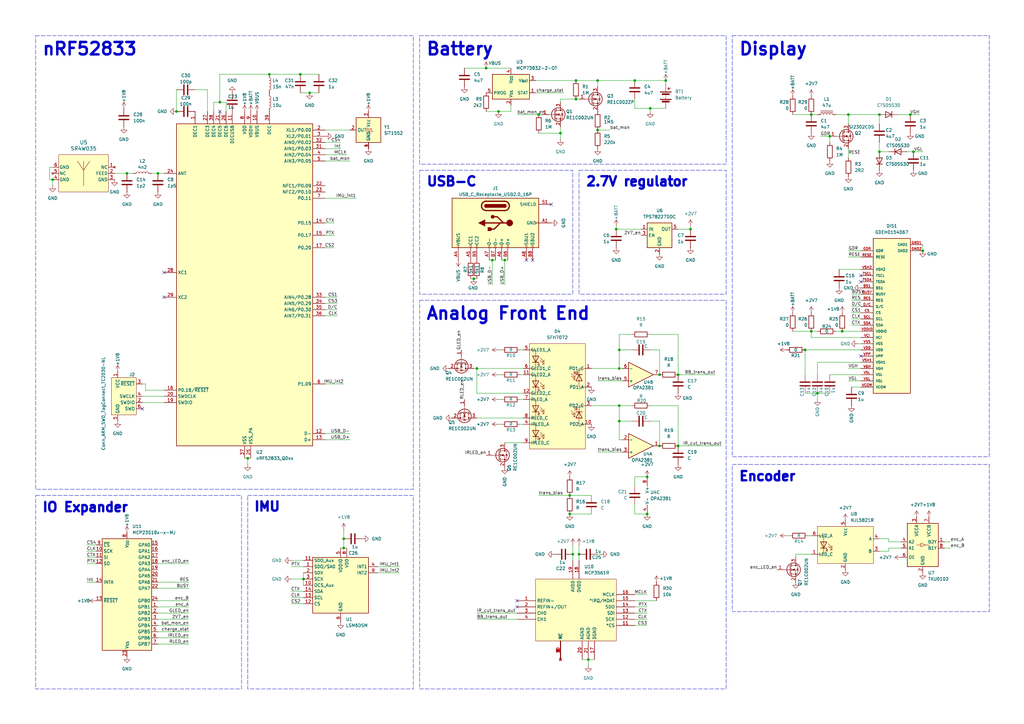
<source format=kicad_sch>
(kicad_sch (version 20250114) (generator "eeschema") (generator_version "9.0")
  (paper "A3")
  (rectangle (start 14.605 203.2) (end 99.06 282.575) (stroke (width 0) (type dash)))
  (rectangle (start 101.6 203.2) (end 169.545 282.575) (stroke (width 0) (type dash)))
  (rectangle (start 300.355 190.5) (end 405.765 250.825) (stroke (width 0) (type dash)))
  (rectangle (start 172.085 14.605) (end 297.815 67.31) (stroke (width 0) (type dash)))
  (rectangle (start 300.355 14.605) (end 405.765 187.325) (stroke (width 0) (type dash)))
  (rectangle (start 172.085 69.85) (end 234.95 120.65) (stroke (width 0) (type dash)))
  (rectangle (start 172.085 123.19) (end 297.815 282.575) (stroke (width 0) (type dash)))
  (rectangle (start 237.49 69.85) (end 297.815 120.65) (stroke (width 0) (type dash)))
  (rectangle (start 14.605 14.605) (end 169.545 200.66) (stroke (width 0) (type dash)))
  (text "IMU\n" (at 103.886 205.74 0) (effects (font (size 3.81 3.81) (thickness 1.016) (bold yes)) (justify left top)))
  (text "Analog Front End\n" (at 174.498 125.73 0) (effects (font (size 5.08 5.08) (thickness 1.016) (bold yes)) (justify left top)))
  (text "IO Expander" (at 17.018 205.994 0) (effects (font (size 3.81 3.81) (thickness 1.016) (bold yes)) (justify left top)))
  (text "Encoder" (at 302.768 193.294 0) (effects (font (size 3.81 3.81) (thickness 1.016) (bold yes)) (justify left top)))
  (text "Battery" (at 174.498 17.272 0) (effects (font (size 5.08 5.08) (thickness 1.016) (bold yes)) (justify left top)))
  (text "Display\n" (at 302.768 17.272 0) (effects (font (size 5.08 5.08) (thickness 1.016) (bold yes)) (justify left top)))
  (text "TODO:\n+IMU\n+nRF\n+E-paper power\n+trans amp\n+filter\n+adc\n+SPI bus\n  +check CTX for 3-wire\n\n\n-LED resistors\n-Filters" (at 426.72 77.978 0) (effects (font (size 6.35 6.35)) (justify left)))
  (text "2.7V regulator" (at 240.03 72.39 0) (effects (font (size 3.81 3.81) (thickness 1.016) (bold yes)) (justify left top)))
  (text "nRF52833" (at 17.018 17.272 0) (effects (font (size 5.08 5.08) (thickness 1.016) (bold yes)) (justify left top)))
  (text "USB-C\n" (at 174.625 72.39 0) (effects (font (size 3.81 3.81) (thickness 1.016) (bold yes)) (justify left top)))
  (junction (at 378.46 102.87))
  (junction (at 260.35 33.02))
  (junction (at 347.98 46.99))
  (junction (at 335.28 161.29))
  (junction (at 207.01 106.68))
  (junction (at 110.49 30.48))
  (junction (at 194.31 114.3))
  (junction (at 21.59 73.66))
  (junction (at 140.97 224.79))
  (junction (at 233.68 210.82))
  (junction (at 373.38 46.99))
  (junction (at 330.2 143.51))
  (junction (at 236.22 33.02))
  (junction (at 270.51 153.67))
  (junction (at 254 143.51))
  (junction (at 270.51 182.88))
  (junction (at 278.13 153.67))
  (junction (at 127 38.1))
  (junction (at 278.13 182.88))
  (junction (at 90.17 41.91))
  (junction (at 254 151.13))
  (junction (at 233.68 203.2))
  (junction (at 195.58 151.13))
  (junction (at 254 166.37))
  (junction (at 234.95 227.33))
  (junction (at 360.68 46.99))
  (junction (at 360.68 62.23))
  (junction (at 52.07 71.12))
  (junction (at 340.36 55.88))
  (junction (at 273.05 33.02))
  (junction (at 101.6 187.96))
  (junction (at 252.73 93.98))
  (junction (at 140.97 220.98))
  (junction (at 345.44 135.89))
  (junction (at 265.43 195.58))
  (junction (at 332.74 135.89))
  (junction (at 265.43 210.82))
  (junction (at 123.19 30.48))
  (junction (at 241.3 270.51))
  (junction (at 199.39 27.94))
  (junction (at 283.21 93.98))
  (junction (at 332.74 46.99))
  (junction (at 124.46 237.49))
  (junction (at 64.77 71.12))
  (junction (at 245.11 33.02))
  (junction (at 236.22 40.64))
  (junction (at 245.11 53.34))
  (junction (at 237.49 227.33))
  (junction (at 374.65 62.23))
  (junction (at 204.47 45.72))
  (junction (at 220.98 46.99))
  (junction (at 254 172.72))
  (junction (at 201.93 106.68))
  (junction (at 72.39 45.72))
  (junction (at 229.87 54.61))
  (junction (at 266.7 44.45))
  (no_connect (at 215.9 106.68))
  (no_connect (at 226.06 83.82))
  (no_connect (at 212.09 248.92))
  (no_connect (at 58.42 167.64))
  (no_connect (at 353.06 115.57))
  (no_connect (at 67.31 111.76))
  (no_connect (at 212.09 246.38))
  (no_connect (at 353.06 146.05))
  (no_connect (at 218.44 106.68))
  (no_connect (at 67.31 121.92))
  (no_connect (at 353.06 113.03))
  (no_connect (at 90.17 45.72))
  (wire (pts (xy 90.17 30.48) (xy 90.17 41.91)))
  (wire (pts (xy 242.57 151.13) (xy 254 151.13)))
  (wire (pts (xy 325.12 46.99) (xy 332.74 46.99)))
  (wire (pts (xy 364.49 224.79) (xy 369.57 224.79)))
  (wire (pts (xy 133.35 96.52) (xy 137.16 96.52)))
  (wire (pts (xy 347.98 105.41) (xy 353.06 105.41)))
  (wire (pts (xy 340.36 55.88) (xy 340.36 58.42)))
  (wire (pts (xy 236.22 40.64) (xy 237.49 40.64)))
  (wire (pts (xy 245.11 33.02) (xy 245.11 35.56)))
  (wire (pts (xy 260.35 248.92) (xy 265.43 248.92)))
  (wire (pts (xy 266.7 166.37) (xy 278.13 166.37)))
  (wire (pts (xy 119.38 237.49) (xy 124.46 237.49)))
  (wire (pts (xy 133.35 91.44) (xy 137.16 91.44)))
  (wire (pts (xy 35.56 228.6) (xy 39.37 228.6)))
  (wire (pts (xy 349.25 120.65) (xy 353.06 120.65)))
  (wire (pts (xy 133.35 127) (xy 138.43 127)))
  (wire (pts (xy 20.32 73.66) (xy 21.59 73.66)))
  (wire (pts (xy 64.77 238.76) (xy 77.47 238.76)))
  (wire (pts (xy 64.77 246.38) (xy 77.47 246.38)))
  (wire (pts (xy 119.38 245.11) (xy 124.46 245.11)))
  (wire (pts (xy 340.36 153.67) (xy 353.06 153.67)))
  (wire (pts (xy 133.35 157.48) (xy 140.97 157.48)))
  (wire (pts (xy 133.35 124.46) (xy 138.43 124.46)))
  (wire (pts (xy 207.01 116.84) (xy 207.01 106.68)))
  (wire (pts (xy 335.28 161.29) (xy 340.36 161.29)))
  (wire (pts (xy 360.68 62.23) (xy 364.49 62.23)))
  (wire (pts (xy 110.49 30.48) (xy 123.19 30.48)))
  (wire (pts (xy 325.12 135.89) (xy 332.74 135.89)))
  (wire (pts (xy 212.09 46.99) (xy 220.98 46.99)))
  (wire (pts (xy 259.08 143.51) (xy 254 143.51)))
  (wire (pts (xy 59.69 160.02) (xy 59.69 157.48)))
  (wire (pts (xy 64.77 241.3) (xy 77.47 241.3)))
  (wire (pts (xy 335.28 163.83) (xy 335.28 161.29)))
  (wire (pts (xy 64.77 251.46) (xy 77.47 251.46)))
  (wire (pts (xy 92.71 45.72) (xy 92.71 41.91)))
  (wire (pts (xy 273.05 33.02) (xy 273.05 34.29)))
  (wire (pts (xy 123.19 30.48) (xy 130.81 30.48)))
  (wire (pts (xy 266.7 44.45) (xy 266.7 45.72)))
  (wire (pts (xy 229.87 57.15) (xy 229.87 54.61)))
  (wire (pts (xy 266.7 44.45) (xy 273.05 44.45)))
  (wire (pts (xy 229.87 40.64) (xy 236.22 40.64)))
  (wire (pts (xy 330.2 161.29) (xy 335.28 161.29)))
  (wire (pts (xy 52.07 71.12) (xy 54.61 71.12)))
  (wire (pts (xy 387.35 224.79) (xy 389.89 224.79)))
  (wire (pts (xy 259.08 172.72) (xy 254 172.72)))
  (wire (pts (xy 58.42 162.56) (xy 67.31 162.56)))
  (wire (pts (xy 133.35 60.96) (xy 139.7 60.96)))
  (wire (pts (xy 349.25 128.27) (xy 353.06 128.27)))
  (wire (pts (xy 349.25 158.75) (xy 353.06 158.75)))
  (wire (pts (xy 260.35 246.38) (xy 269.24 246.38)))
  (wire (pts (xy 123.19 38.1) (xy 127 38.1)))
  (wire (pts (xy 85.09 45.72) (xy 85.09 36.83)))
  (wire (pts (xy 344.17 110.49) (xy 353.06 110.49)))
  (wire (pts (xy 72.39 36.83) (xy 72.39 45.72)))
  (wire (pts (xy 254 151.13) (xy 255.27 151.13)))
  (wire (pts (xy 219.71 33.02) (xy 236.22 33.02)))
  (wire (pts (xy 332.74 135.89) (xy 335.28 135.89)))
  (wire (pts (xy 205.74 106.68) (xy 207.01 106.68)))
  (wire (pts (xy 64.77 264.16) (xy 77.47 264.16)))
  (wire (pts (xy 250.19 53.34) (xy 245.11 53.34)))
  (wire (pts (xy 220.98 54.61) (xy 229.87 54.61)))
  (wire (pts (xy 254 143.51) (xy 254 151.13)))
  (wire (pts (xy 234.95 223.52) (xy 234.95 227.33)))
  (wire (pts (xy 332.74 138.43) (xy 353.06 138.43)))
  (wire (pts (xy 204.47 173.99) (xy 205.74 173.99)))
  (wire (pts (xy 154.94 234.95) (xy 163.83 234.95)))
  (wire (pts (xy 266.7 143.51) (xy 270.51 143.51)))
  (wire (pts (xy 195.58 171.45) (xy 214.63 171.45)))
  (wire (pts (xy 233.68 203.2) (xy 242.57 203.2)))
  (wire (pts (xy 260.35 44.45) (xy 260.35 40.64)))
  (wire (pts (xy 260.35 207.01) (xy 260.35 210.82)))
  (wire (pts (xy 270.51 153.67) (xy 270.51 143.51)))
  (wire (pts (xy 351.79 140.97) (xy 353.06 140.97)))
  (wire (pts (xy 64.77 261.62) (xy 77.47 261.62)))
  (wire (pts (xy 283.21 92.71) (xy 283.21 93.98)))
  (wire (pts (xy 133.35 129.54) (xy 138.43 129.54)))
  (wire (pts (xy 252.73 93.98) (xy 252.73 92.71)))
  (wire (pts (xy 90.17 41.91) (xy 87.63 41.91)))
  (wire (pts (xy 335.28 148.59) (xy 353.06 148.59)))
  (wire (pts (xy 369.57 222.25) (xy 364.49 222.25)))
  (wire (pts (xy 259.08 137.16) (xy 254 137.16)))
  (wire (pts (xy 133.35 180.34) (xy 143.51 180.34)))
  (wire (pts (xy 195.58 161.29) (xy 214.63 161.29)))
  (wire (pts (xy 278.13 153.67) (xy 293.37 153.67)))
  (wire (pts (xy 270.51 172.72) (xy 270.51 182.88)))
  (wire (pts (xy 195.58 151.13) (xy 195.58 161.29)))
  (wire (pts (xy 278.13 93.98) (xy 283.21 93.98)))
  (wire (pts (xy 199.39 27.94) (xy 209.55 27.94)))
  (wire (pts (xy 119.38 242.57) (xy 124.46 242.57)))
  (wire (pts (xy 332.74 46.99) (xy 335.28 46.99)))
  (wire (pts (xy 46.99 71.12) (xy 52.07 71.12)))
  (wire (pts (xy 190.5 27.94) (xy 199.39 27.94)))
  (wire (pts (xy 322.58 219.71) (xy 323.85 219.71)))
  (wire (pts (xy 58.42 165.1) (xy 67.31 165.1)))
  (wire (pts (xy 133.35 66.04) (xy 143.51 66.04)))
  (wire (pts (xy 254 172.72) (xy 254 180.34)))
  (wire (pts (xy 360.68 50.8) (xy 360.68 46.99)))
  (wire (pts (xy 133.35 101.6) (xy 137.16 101.6)))
  (wire (pts (xy 195.58 254) (xy 212.09 254)))
  (wire (pts (xy 133.35 81.28) (xy 146.05 81.28)))
  (wire (pts (xy 213.36 173.99) (xy 214.63 173.99)))
  (wire (pts (xy 21.59 76.2) (xy 21.59 73.66)))
  (wire (pts (xy 133.35 121.92) (xy 138.43 121.92)))
  (wire (pts (xy 207.01 181.61) (xy 214.63 181.61)))
  (wire (pts (xy 260.35 251.46) (xy 265.43 251.46)))
  (wire (pts (xy 330.2 143.51) (xy 330.2 153.67)))
  (wire (pts (xy 387.35 222.25) (xy 389.89 222.25)))
  (wire (pts (xy 254 166.37) (xy 254 172.72)))
  (wire (pts (xy 278.13 166.37) (xy 278.13 182.88)))
  (wire (pts (xy 374.65 62.23) (xy 378.46 62.23)))
  (wire (pts (xy 368.3 46.99) (xy 373.38 46.99)))
  (wire (pts (xy 124.46 237.49) (xy 124.46 240.03)))
  (wire (pts (xy 233.68 210.82) (xy 242.57 210.82)))
  (wire (pts (xy 332.74 135.89) (xy 332.74 138.43)))
  (wire (pts (xy 342.9 46.99) (xy 347.98 46.99)))
  (wire (pts (xy 260.35 254) (xy 265.43 254)))
  (wire (pts (xy 64.77 259.08) (xy 77.47 259.08)))
  (wire (pts (xy 133.35 63.5) (xy 142.24 63.5)))
  (wire (pts (xy 234.95 227.33) (xy 234.95 229.87)))
  (wire (pts (xy 64.77 248.92) (xy 77.47 248.92)))
  (wire (pts (xy 266.7 172.72) (xy 270.51 172.72)))
  (wire (pts (xy 110.49 30.48) (xy 90.17 30.48)))
  (wire (pts (xy 260.35 195.58) (xy 265.43 195.58)))
  (wire (pts (xy 127 38.1) (xy 130.81 38.1)))
  (wire (pts (xy 336.55 55.88) (xy 340.36 55.88)))
  (wire (pts (xy 252.73 93.98) (xy 262.89 93.98)))
  (wire (pts (xy 347.98 102.87) (xy 353.06 102.87)))
  (wire (pts (xy 100.33 187.96) (xy 101.6 187.96)))
  (wire (pts (xy 241.3 270.51) (xy 238.76 270.51)))
  (wire (pts (xy 242.57 166.37) (xy 254 166.37)))
  (wire (pts (xy 330.2 143.51) (xy 353.06 143.51)))
  (wire (pts (xy 332.74 227.33) (xy 326.39 227.33)))
  (wire (pts (xy 35.56 226.06) (xy 39.37 226.06)))
  (wire (pts (xy 62.23 71.12) (xy 64.77 71.12)))
  (wire (pts (xy 140.97 220.98) (xy 140.97 224.79)))
  (wire (pts (xy 154.94 232.41) (xy 163.83 232.41)))
  (wire (pts (xy 241.3 270.51) (xy 243.84 270.51)))
  (wire (pts (xy 260.35 256.54) (xy 265.43 256.54)))
  (wire (pts (xy 124.46 234.95) (xy 124.46 237.49)))
  (wire (pts (xy 220.98 46.99) (xy 222.25 46.99)))
  (wire (pts (xy 254 180.34) (xy 255.27 180.34)))
  (wire (pts (xy 35.56 223.52) (xy 39.37 223.52)))
  (wire (pts (xy 360.68 62.23) (xy 360.68 58.42)))
  (wire (pts (xy 231.14 38.1) (xy 219.71 38.1)))
  (wire (pts (xy 260.35 33.02) (xy 273.05 33.02)))
  (wire (pts (xy 347.98 156.21) (xy 353.06 156.21)))
  (wire (pts (xy 213.36 143.51) (xy 214.63 143.51)))
  (wire (pts (xy 64.77 254) (xy 77.47 254)))
  (wire (pts (xy 378.46 100.33) (xy 378.46 102.87)))
  (wire (pts (xy 119.38 229.87) (xy 124.46 229.87)))
  (wire (pts (xy 204.47 45.72) (xy 209.55 45.72)))
  (wire (pts (xy 335.28 148.59) (xy 335.28 153.67)))
  (wire (pts (xy 35.56 238.76) (xy 39.37 238.76)))
  (wire (pts (xy 347.98 46.99) (xy 360.68 46.99)))
  (wire (pts (xy 204.47 163.83) (xy 205.74 163.83)))
  (wire (pts (xy 326.39 227.33) (xy 326.39 228.6)))
  (wire (pts (xy 349.25 123.19) (xy 353.06 123.19)))
  (wire (pts (xy 139.7 224.79) (xy 140.97 224.79)))
  (wire (pts (xy 119.38 247.65) (xy 124.46 247.65)))
  (wire (pts (xy 140.97 224.79) (xy 142.24 224.79)))
  (wire (pts (xy 259.08 166.37) (xy 254 166.37)))
  (wire (pts (xy 246.38 227.33) (xy 245.11 227.33)))
  (wire (pts (xy 204.47 143.51) (xy 205.74 143.51)))
  (wire (pts (xy 245.11 185.42) (xy 255.27 185.42)))
  (wire (pts (xy 67.31 160.02) (xy 59.69 160.02)))
  (wire (pts (xy 260.35 243.84) (xy 265.43 243.84)))
  (wire (pts (xy 347.98 60.96) (xy 347.98 64.77)))
  (wire (pts (xy 204.47 153.67) (xy 205.74 153.67)))
  (wire (pts (xy 260.35 44.45) (xy 266.7 44.45)))
  (wire (pts (xy 331.47 219.71) (xy 332.74 219.71)))
  (wire (pts (xy 195.58 251.46) (xy 212.09 251.46)))
  (wire (pts (xy 347.98 151.13) (xy 353.06 151.13)))
  (wire (pts (xy 245.11 156.21) (xy 255.27 156.21)))
  (wire (pts (xy 201.93 106.68) (xy 203.2 106.68)))
  (wire (pts (xy 101.6 187.96) (xy 102.87 187.96)))
  (wire (pts (xy 85.09 36.83) (xy 80.01 36.83)))
  (wire (pts (xy 278.13 137.16) (xy 278.13 153.67)))
  (wire (pts (xy 245.11 33.02) (xy 260.35 33.02)))
  (wire (pts (xy 229.87 40.64) (xy 229.87 41.91)))
  (wire (pts (xy 364.49 226.06) (xy 364.49 224.79)))
  (wire (pts (xy 209.55 45.72) (xy 209.55 43.18)))
  (wire (pts (xy 92.71 41.91) (xy 90.17 41.91)))
  (wire (pts (xy 214.63 151.13) (xy 195.58 151.13)))
  (wire (pts (xy 266.7 137.16) (xy 278.13 137.16)))
  (wire (pts (xy 200.66 106.68) (xy 201.93 106.68)))
  (wire (pts (xy 236.22 33.02) (xy 245.11 33.02)))
  (wire (pts (xy 194.31 114.3) (xy 195.58 114.3)))
  (wire (pts (xy 345.44 135.89) (xy 353.06 135.89)))
  (wire (pts (xy 349.25 133.35) (xy 353.06 133.35)))
  (wire (pts (xy 193.04 114.3) (xy 194.31 114.3)))
  (wire (pts (xy 260.35 210.82) (xy 265.43 210.82)))
  (wire (pts (xy 21.59 68.58) (xy 20.32 68.58)))
  (wire (pts (xy 59.69 157.48) (xy 58.42 157.48)))
  (wire (pts (xy 364.49 222.25) (xy 364.49 220.98)))
  (wire (pts (xy 140.97 217.17) (xy 140.97 220.98)))
  (wire (pts (xy 229.87 54.61) (xy 229.87 52.07)))
  (wire (pts (xy 213.36 153.67) (xy 214.63 153.67)))
  (wire (pts (xy 201.93 116.84) (xy 201.93 106.68)))
  (wire (pts (xy 20.32 68.58) (xy 20.32 73.66)))
  (wire (pts (xy 35.56 231.14) (xy 39.37 231.14)))
  (wire (pts (xy 133.35 177.8) (xy 143.51 177.8)))
  (wire (pts (xy 199.39 45.72) (xy 204.47 45.72)))
  (wire (pts (xy 347.98 46.99) (xy 347.98 50.8)))
  (wire (pts (xy 373.38 46.99) (xy 377.19 46.99)))
  (wire (pts (xy 133.35 53.34) (xy 143.51 53.34)))
  (wire (pts (xy 260.35 199.39) (xy 260.35 195.58)))
  (wire (pts (xy 194.31 151.13) (xy 195.58 151.13)))
  (wire (pts (xy 374.65 62.23) (xy 372.11 62.23)))
  (wire (pts (xy 64.77 256.54) (xy 77.47 256.54)))
  (wire (pts (xy 133.35 58.42) (xy 139.7 58.42)))
  (wire (pts (xy 349.25 125.73) (xy 353.06 125.73)))
  (wire (pts (xy 342.9 135.89) (xy 345.44 135.89)))
  (wire (pts (xy 220.98 203.2) (xy 233.68 203.2)))
  (wire (pts (xy 64.77 71.12) (xy 67.31 71.12)))
  (wire (pts (xy 237.49 223.52) (xy 237.49 227.33)))
  (wire (pts (xy 87.63 41.91) (xy 87.63 45.72)))
  (wire (pts (xy 364.49 220.98) (xy 360.68 220.98)))
  (wire (pts (xy 119.38 232.41) (xy 124.46 232.41)))
  (wire (pts (xy 349.25 130.81) (xy 353.06 130.81)))
  (wire (pts (xy 237.49 227.33) (xy 237.49 229.87)))
  (wire (pts (xy 241.3 273.05) (xy 241.3 270.51)))
  (wire (pts (xy 64.77 231.14) (xy 77.47 231.14)))
  (wire (pts (xy 207.01 106.68) (xy 208.28 106.68)))
  (wire (pts (xy 254 137.16) (xy 254 143.51)))
  (wire (pts (xy 213.36 163.83) (xy 214.63 163.83)))
  (wire (pts (xy 101.6 187.96) (xy 101.6 190.5)))
  (wire (pts (xy 360.68 226.06) (xy 364.49 226.06)))
  (wire (pts (xy 278.13 182.88) (xy 295.91 182.88)))
  (label "USB_D-" (at 143.51 177.8 180))
  (label "CLK" (at 119.38 245.11 0))
  (label "CS2" (at 119.38 247.65 0))
  (label "Int" (at 139.7 60.96 180))
  (label "charge_stat" (at 77.47 259.08 180))
  (label "IRLED_en" (at 77.47 261.62 180))
  (label "Int" (at 35.56 238.76 0))
  (label "D{slash}C" (at 138.43 127 180))
  (label "enc_B" (at 389.89 224.79 0))
  (label "bat_mon" (at 250.19 53.34 0))
  (label "enc_LED_en" (at 77.47 231.14 180))
  (label "enc_A" (at 77.47 248.92 180))
  (label "2V7_en" (at 77.47 254 180))
  (label "PTX" (at 265.43 248.92 180))
  (label "RESE" (at 347.98 105.41 0))
  (label "CS1" (at 349.25 128.27 0))
  (label "VGL" (at 347.98 156.21 0))
  (label "CS4" (at 139.7 58.42 180))
  (label "GLED_en" (at 77.47 251.46 180))
  (label "CS4" (at 35.56 223.52 0))
  (label "VGH" (at 347.98 151.13 0))
  (label "IR_cut_trans_out" (at 195.58 251.46 0))
  (label "CLK" (at 265.43 254 180))
  (label "PTX" (at 35.56 231.14 0))
  (label "IRLED_en" (at 199.39 186.69 180))
  (label "GLED_en" (at 189.23 143.51 90))
  (label "enc_A" (at 389.89 222.25 0))
  (label "USB_D-" (at 201.93 116.84 90))
  (label "GDR" (at 336.55 55.88 0))
  (label "CLK" (at 35.56 226.06 0))
  (label "CTX" (at 265.43 251.46 180))
  (label "CTX" (at 119.38 242.57 0))
  (label "RLED_en" (at 190.5 163.83 90))
  (label "CS1" (at 138.43 121.92 180))
  (label "charge_stat" (at 231.14 38.1 180))
  (label "MCLK" (at 142.24 63.5 180))
  (label "USB_D+" (at 143.51 180.34 180))
  (label "IMU_int1" (at 163.83 232.41 180))
  (label "RES" (at 349.25 123.19 0))
  (label "GDR" (at 347.98 102.87 0))
  (label "PTX" (at 137.16 96.52 180))
  (label "bat_mon" (at 143.51 66.04 180))
  (label "CLK" (at 349.25 130.81 0))
  (label "RESE" (at 347.98 63.5 0))
  (label "enc_LED_en" (at 318.77 233.68 180))
  (label "MCLK" (at 265.43 243.84 180))
  (label "BUSY" (at 349.25 120.65 0))
  (label "IMU_int1" (at 146.05 81.28 180))
  (label "CTX" (at 35.56 228.6 0))
  (label "CTX" (at 137.16 91.44 180))
  (label "BB_trans_out" (at 195.58 254 0))
  (label "VGH" (at 377.19 46.99 180))
  (label "2V7_en" (at 262.89 96.52 180))
  (label "PTX" (at 119.38 232.41 0))
  (label "USB_D+" (at 207.01 116.84 90))
  (label "trans_bias" (at 245.11 156.21 0))
  (label "CS2" (at 137.16 101.6 180))
  (label "enc_B" (at 77.47 246.38 180))
  (label "IR_cut_trans_out" (at 295.91 182.88 180))
  (label "trans_bias" (at 245.11 185.42 0))
  (label "VGL" (at 378.46 62.23 180))
  (label "CS3" (at 138.43 124.46 180))
  (label "bat_mon_en" (at 212.09 46.99 0))
  (label "IMU_int2" (at 140.97 157.48 180))
  (label "RES" (at 77.47 238.76 180))
  (label "CTX" (at 349.25 133.35 0))
  (label "IMU_int2" (at 163.83 234.95 180))
  (label "CS3" (at 265.43 256.54 180))
  (label "BB_trans_out" (at 293.37 153.67 180))
  (label "RLED_en" (at 77.47 264.16 180))
  (label "bat_mon_en" (at 77.47 256.54 180))
  (label "CLK" (at 138.43 129.54 180))
  (label "D{slash}C" (at 349.25 125.73 0))
  (label "BUSY" (at 77.47 241.3 180))
  (label "trans_bias" (at 220.98 203.2 0))
  (symbol (lib_name "GND_1") (lib_id "power:GND") (at 190.5 35.56 0) (unit 1)
    (property "Reference" "#PWR031" (effects (hide yes)))
    (property "Value" "GND" (at 190.5 40.64 0))
    (property "Description" "Power symbol creates a global label with name \"GND\" , ground" (effects (hide yes)))
  )
  (symbol (lib_id "Device:R") (at 345.44 132.08 0) (mirror y) (unit 1)
    (property "Reference" "R25" (at 343.916 130.81 0) (effects (justify left)))
    (property "Value" "0" (at 343.916 133.35 0) (effects (justify left)))
    (property "Footprint" "Resistor_SMD:R_0402_1005Metric" (effects (hide yes)))
    (property "Description" "Resistor" (effects (hide yes)))
  )
  (symbol (lib_id "MCU_Nordic:nRF52833_QDxx") (at 100.33 116.84 0) (unit 1)
    (property "Reference" "U2" (at 105.0133 185.42 0) (effects (justify left)))
    (property "Value" "nRF52833_QDxx" (at 105.0133 187.96 0) (effects (justify left)))
    (property "Footprint" "Package_DFN_QFN:QFN-40-1EP_5x5mm_P0.4mm_EP3.6x3.6mm" (effects (hide yes)))
    (property "Datasheet" "https://infocenter.nordicsemi.com/pdf/nRF52833_PS_v1.5.pdf" (effects (hide yes)))
    (property "Description" "Multiprotocol BLE/ANT/2.4 GHz/802.15.4 Cortex-M4F SoC, QFN-40" (effects (hide yes)))
  )
  (symbol (lib_id "power:+2V5") (at 234.95 223.52 0) (unit 1)
    (property "Reference" "#PWR065" (effects (hide yes)))
    (property "Value" "+2V7" (at 230.886 221.996 0))
    (property "Description" "Power symbol creates a global label with name \"+2V5\"" (effects (hide yes)))
  )
  (symbol (lib_id "Library:MCP3561R") (at 236.22 250.19 0) (unit 1)
    (property "Reference" "U10" (at 239.6333 232.41 0) (effects (justify left)))
    (property "Value" "MCP3561R" (at 239.6333 234.95 0) (effects (justify left)))
    (property "Footprint" "Package_DFN_QFN:QFN-20-1EP_3x3mm_P0.4mm_EP1.65x1.65mm" (effects (hide yes)))
    (property "Datasheet" "https://ww1.microchip.com/downloads/aemDocuments/documents/APID/ProductDocuments/DataSheets/MCP3561_2_4R-Data-Sheet-DS200006391C.pdf" (effects (hide yes)))
  )
  (symbol (lib_id "Device:R") (at 245.11 57.15 0) (unit 1)
    (property "Reference" "R5" (at 247.65 55.8799 0) (effects (justify left)))
    (property "Value" "220k" (at 247.65 58.4199 0) (effects (justify left)))
    (property "Footprint" "Resistor_SMD:R_0402_1005Metric" (effects (hide yes)))
    (property "Description" "Resistor" (effects (hide yes)))
  )
  (symbol (lib_id "Device:C") (at 262.89 172.72 90) (unit 1)
    (property "Reference" "C20" (at 262.89 169.418 90))
    (property "Value" "C" (at 264.922 171.196 90))
    (property "Footprint" "Capacitor_SMD:C_0402_1005Metric" (effects (hide yes)))
    (property "Description" "Unpolarized capacitor" (effects (hide yes)))
  )
  (symbol (lib_id "Transistor_FET:Q_NMOS_GSD") (at 190.5 168.91 270) (unit 1)
    (property "Reference" "Q5" (at 183.896 173.228 90) (effects (justify left)))
    (property "Value" "RE1C002UN" (at 183.896 175.768 90) (effects (justify left)))
    (property "Footprint" "Package_TO_SOT_SMD:SOT-416" (effects (hide yes)))
    (property "Datasheet" "https://fscdn.rohm.com/en/products/databook/datasheet/discrete/transistor/mosfet/re1c002untcl-e.pdf" (effects (hide yes)))
    (property "Description" "N-MOSFET transistor, gate/source/drain" (effects (hide yes)))
  )
  (symbol (lib_id "000_library:OPA2381") (at 267.97 203.2 0) (unit 3)
    (property "Reference" "U4" (at 266.7 201.9299 0) (effects (justify left)))
    (property "Value" "OPA2381" (at 266.7 204.4699 0) (effects (justify left)))
    (property "Footprint" "Package_DFN_QFN:DFN-8-1EP_3x3mm_P0.65mm_EP1.55x2.4mm" (effects (hide yes)))
    (property "Datasheet" "https://www.ti.com/lit/ds/symlink/opa2381.pdf" (effects (hide yes)))
    (property "Description" "Precision, Low Power, 18MHz  Transimpedance Amplifier" (effects (hide yes)))
  )
  (symbol (lib_id "Device:D") (at 360.68 66.04 90) (unit 1)
    (property "Reference" "D3" (at 363.22 64.77 90) (effects (justify right)))
    (property "Value" "CTS05S30" (at 363.22 67.31 90) (effects (justify right)))
    (property "Footprint" "Diode_SMD:D_SOD-882" (effects (hide yes)))
    (property "Sim.Device" "D" (effects (hide yes)))
    (property "Sim.Pins" "1=K 2=A" (effects (hide yes)))
  )
  (symbol (lib_id "Device:R") (at 262.89 166.37 90) (unit 1)
    (property "Reference" "R20" (at 263.144 164.338 90))
    (property "Value" "R" (at 262.89 162.56 90))
    (property "Footprint" "Resistor_SMD:R_0402_1005Metric" (effects (hide yes)))
    (property "Description" "Resistor" (effects (hide yes)))
  )
  (symbol (lib_id "Device:R") (at 195.58 110.49 180) (unit 1)
    (property "Reference" "R8" (at 197.866 110.744 90))
    (property "Value" "5k1" (at 195.58 110.49 90))
    (property "Footprint" "Resistor_SMD:R_0402_1005Metric" (effects (hide yes)))
    (property "Description" "Resistor" (effects (hide yes)))
  )
  (symbol (lib_id "power:+BATT") (at 252.73 92.71 0) (unit 1)
    (property "Reference" "#PWR036" (effects (hide yes)))
    (property "Value" "+BATT" (at 252.73 87.122 90))
    (property "Description" "Power symbol creates a global label with name \"+BATT\"" (effects (hide yes)))
  )
  (symbol (lib_id "Device:C") (at 260.35 203.2 0) (unit 1)
    (property "Reference" "C21" (at 257.302 201.676 0) (effects (justify right)))
    (property "Value" "C" (at 257.302 204.216 0) (effects (justify right)))
    (property "Footprint" "Capacitor_SMD:C_0402_1005Metric" (effects (hide yes)))
    (property "Description" "Unpolarized capacitor" (effects (hide yes)))
  )
  (symbol (lib_id "Device:R") (at 332.74 132.08 0) (mirror y) (unit 1)
    (property "Reference" "R26" (at 331.216 130.81 0) (effects (justify left)))
    (property "Value" "0" (at 331.216 133.35 0) (effects (justify left)))
    (property "Footprint" "Resistor_SMD:R_0402_1005Metric" (effects (hide yes)))
    (property "Description" "Resistor" (effects (hide yes)))
  )
  (symbol (lib_id "Device:R") (at 347.98 68.58 0) (unit 1)
    (property "Reference" "R3" (at 350.52 67.31 0) (effects (justify left)))
    (property "Value" "2R2" (at 350.52 69.85 0) (effects (justify left)))
    (property "Footprint" "Resistor_SMD:R_0402_1005Metric" (effects (hide yes)))
  )
  (symbol (lib_id "Transistor_FET:Q_NMOS_GSD") (at 227.33 46.99 0) (unit 1)
    (property "Reference" "Q1" (at 232.156 45.72 0) (effects (justify left)))
    (property "Value" "RE1C002UN" (at 232.156 48.26 0) (effects (justify left)))
    (property "Footprint" "Package_TO_SOT_SMD:SOT-416" (effects (hide yes)))
    (property "Datasheet" "https://fscdn.rohm.com/en/products/databook/datasheet/discrete/transistor/mosfet/re1c002untcl-e.pdf" (effects (hide yes)))
    (property "Description" "N-MOSFET transistor, gate/source/drain" (effects (hide yes)))
  )
  (symbol (lib_id "power:GND") (at 340.36 66.04 0) (unit 1)
    (property "Reference" "#PWR017" (effects (hide yes)))
    (property "Value" "GND" (at 340.36 71.12 0))
  )
  (symbol (lib_id "E-Paper-Watch-Library:GDEH0154D67") (at 358.14 100.33 0) (unit 1)
    (property "Reference" "DIS1" (at 365.76 92.71 0))
    (property "Value" "GDEH0154D67" (at 365.76 95.25 0))
    (property "Footprint" "Library:GDEH0154D67" (effects (hide yes)))
  )
  (symbol (lib_name "GND_1") (lib_id "power:GND") (at 252.73 101.6 0) (unit 1)
    (property "Reference" "#PWR038" (effects (hide yes)))
    (property "Value" "GND" (at 252.73 106.68 0))
    (property "Description" "Power symbol creates a global label with name \"GND\" , ground" (effects (hide yes)))
  )
  (symbol (lib_id "power:VBUS") (at 199.39 27.94 0) (unit 1)
    (property "Reference" "#PWR032" (effects (hide yes)))
    (property "Value" "VBUS" (at 202.946 25.908 0))
    (property "Description" "Power symbol creates a global label with name \"VBUS\"" (effects (hide yes)))
  )
  (symbol (lib_id "Device:R") (at 220.98 50.8 0) (unit 1)
    (property "Reference" "R6" (at 223.52 49.5299 0) (effects (justify left)))
    (property "Value" "1M" (at 223.52 52.0699 0) (effects (justify left)))
    (property "Footprint" "Resistor_SMD:R_0402_1005Metric" (effects (hide yes)))
    (property "Description" "Resistor" (effects (hide yes)))
  )
  (symbol (lib_id "Device:R") (at 236.22 36.83 0) (unit 1)
    (property "Reference" "R1" (at 238.76 35.5599 0) (effects (justify left)))
    (property "Value" "1M" (at 238.76 38.0999 0) (effects (justify left)))
    (property "Footprint" "Resistor_SMD:R_0402_1005Metric" (effects (hide yes)))
    (property "Description" "Resistor" (effects (hide yes)))
  )
  (symbol (lib_name "GND_1") (lib_id "power:GND") (at 52.07 269.24 0) (unit 1)
    (property "Reference" "#PWR079" (effects (hide yes)))
    (property "Value" "GND" (at 52.07 274.32 0))
    (property "Description" "Power symbol creates a global label with name \"GND\" , ground" (effects (hide yes)))
  )
  (symbol (lib_name "GND_1") (lib_id "power:GND") (at 229.87 57.15 0) (unit 1)
    (property "Reference" "#PWR025" (effects (hide yes)))
    (property "Value" "GND" (at 229.87 62.23 0))
    (property "Description" "Power symbol creates a global label with name \"GND\" , ground" (effects (hide yes)))
  )
  (symbol (lib_id "power:GND") (at 373.38 54.61 0) (unit 1)
    (property "Reference" "#PWR016" (effects (hide yes)))
    (property "Value" "GND" (at 377.19 55.88 0))
  )
  (symbol (lib_id "Device:C") (at 278.13 186.69 0) (unit 1)
    (property "Reference" "C19" (at 281.94 185.4199 0) (effects (justify left)))
    (property "Value" "C" (at 281.94 187.9599 0) (effects (justify left)))
    (property "Footprint" "Capacitor_SMD:C_0402_1005Metric" (effects (hide yes)))
    (property "Description" "Unpolarized capacitor" (effects (hide yes)))
  )
  (symbol (lib_id "Device:C") (at 144.78 220.98 90) (unit 1)
    (property "Reference" "C26" (at 146.812 226.822 90) (effects (justify left)))
    (property "Value" "1u" (at 146.812 224.282 90) (effects (justify left)))
    (property "Footprint" "Capacitor_SMD:C_0402_1005Metric" (effects (hide yes)))
  )
  (symbol (lib_name "GND_1") (lib_id "power:GND") (at 64.77 78.74 0) (unit 1)
    (property "Reference" "#PWR056" (effects (hide yes)))
    (property "Value" "GND" (at 64.77 83.82 0))
    (property "Description" "Power symbol creates a global label with name \"GND\" , ground" (effects (hide yes)))
  )
  (symbol (lib_id "power:GND") (at 332.74 54.61 0) (unit 1)
    (property "Reference" "#PWR014" (effects (hide yes)))
    (property "Value" "GND" (at 332.74 59.69 0))
  )
  (symbol (lib_name "GND_1") (lib_id "power:GND") (at 139.7 255.27 0) (unit 1)
    (property "Reference" "#PWR010" (effects (hide yes)))
    (property "Value" "GND" (at 139.7 260.35 0))
    (property "Description" "Power symbol creates a global label with name \"GND\" , ground" (effects (hide yes)))
  )
  (symbol (lib_name "GND_1") (lib_id "power:GND") (at 194.31 114.3 0) (unit 1)
    (property "Reference" "#PWR033" (effects (hide yes)))
    (property "Value" "GND" (at 196.088 118.11 0) (effects (justify right)))
    (property "Description" "Power symbol creates a global label with name \"GND\" , ground" (effects (hide yes)))
  )
  (symbol (lib_id "power:+2V5") (at 375.92 212.09 0) (unit 1)
    (property "Reference" "#PWR051" (effects (hide yes)))
    (property "Value" "+2V7" (at 375.92 207.01 0))
    (property "Description" "Power symbol creates a global label with name \"+2V5\"" (effects (hide yes)))
  )
  (symbol (lib_id "Device:D") (at 368.3 62.23 0) (unit 1)
    (property "Reference" "D2" (at 368.3 57.15 0))
    (property "Value" "CTS05S30" (at 368.3 59.69 0))
    (property "Footprint" "Diode_SMD:D_SOD-882" (effects (hide yes)))
    (property "Sim.Device" "D" (effects (hide yes)))
    (property "Sim.Pins" "1=K 2=A" (effects (hide yes)))
  )
  (symbol (lib_id "Device:R") (at 325.12 43.18 0) (mirror y) (unit 1)
    (property "Reference" "R28" (at 323.596 41.91 0) (effects (justify left)))
    (property "Value" "0" (at 323.596 44.45 0) (effects (justify left)))
    (property "Footprint" "Resistor_SMD:R_0402_1005Metric" (effects (hide yes)))
    (property "Description" "Resistor" (effects (hide yes)))
  )
  (symbol (lib_id "power:GND") (at 353.06 118.11 270) (unit 1)
    (property "Reference" "#PWR071" (effects (hide yes)))
    (property "Value" "GND" (at 347.98 118.11 90))
  )
  (symbol (lib_id "Device:R") (at 209.55 163.83 90) (unit 1)
    (property "Reference" "R12" (at 209.55 166.116 90))
    (property "Value" "R" (at 209.55 163.83 90))
    (property "Footprint" "Resistor_SMD:R_0402_1005Metric" (effects (hide yes)))
    (property "Description" "Resistor" (effects (hide yes)))
  )
  (symbol (lib_id "power:+1V8") (at 381 212.09 0) (unit 1)
    (property "Reference" "#PWR055" (effects (hide yes)))
    (property "Value" "+1V8" (at 381 207.01 0))
    (property "Description" "Power symbol creates a global label with name \"+1V8\"" (effects (hide yes)))
  )
  (symbol (lib_id "Device:R") (at 209.55 153.67 90) (unit 1)
    (property "Reference" "R11" (at 209.55 155.956 90))
    (property "Value" "R" (at 209.55 153.67 90))
    (property "Footprint" "Resistor_SMD:R_0402_1005Metric" (effects (hide yes)))
    (property "Description" "Resistor" (effects (hide yes)))
  )
  (symbol (lib_id "Transistor_FET:Q_PMOS_GSD") (at 242.57 40.64 0) (unit 1)
    (property "Reference" "Q3" (at 248.92 39.3699 0) (effects (justify left)))
    (property "Value" "RE1C002ZP" (at 248.92 41.9099 0) (effects (justify left)))
    (property "Footprint" "Package_TO_SOT_SMD:SOT-416" (effects (hide yes)))
    (property "Datasheet" "https://fscdn.rohm.com/en/products/databook/datasheet/discrete/transistor/mosfet/re1c002zp-e.pdf" (effects (hide yes)))
    (property "Description" "P-MOSFET transistor, gate/source/drain" (effects (hide yes)))
  )
  (symbol (lib_id "power:GND") (at 344.17 118.11 0) (unit 1)
    (property "Reference" "#PWR034" (effects (hide yes)))
    (property "Value" "GND" (at 344.17 123.19 0))
  )
  (symbol (lib_id "Sensor_Motion:LSM6DSM") (at 139.7 240.03 0) (unit 1)
    (property "Reference" "U1" (at 141.8433 254 0) (effects (justify left)))
    (property "Value" "LSM6DSM" (at 141.8433 256.54 0) (effects (justify left)))
    (property "Footprint" "Package_LGA:LGA-14_3x2.5mm_P0.5mm_LayoutBorder3x4y" (effects (hide yes)))
    (property "Datasheet" "https://www.st.com/resource/en/datasheet/lsm6dsm.pdf" (effects (hide yes)))
    (property "Description" "I2C/SPI, iNEMO inertial module: always-on 3D accelerometer and 3D gyroscope, with auxiliary SPI, 1.71V to 3.6V VCC" (effects (hide yes)))
  )
  (symbol (lib_id "Device:R") (at 233.68 207.01 180) (unit 1)
    (property "Reference" "R16" (at 236.22 205.7399 0) (effects (justify right)))
    (property "Value" "R" (at 236.22 208.2799 0) (effects (justify right)))
    (property "Footprint" "Resistor_SMD:R_0402_1005Metric" (effects (hide yes)))
    (property "Description" "Resistor" (effects (hide yes)))
  )
  (symbol (lib_id "power:GND") (at 347.98 72.39 0) (unit 1)
    (property "Reference" "#PWR018" (effects (hide yes)))
    (property "Value" "GND" (at 347.98 77.47 0))
  )
  (symbol (lib_id "Device:L") (at 110.49 34.29 0) (unit 1)
    (property "Reference" "L4" (at 111.76 33.0199 0) (effects (justify left)))
    (property "Value" "15n" (at 111.76 35.5599 0) (effects (justify left)))
    (property "Footprint" "Inductor_SMD:L_0402_1005Metric" (effects (hide yes)))
    (property "Description" "Inductor" (effects (hide yes)))
  )
  (symbol (lib_id "power:+2V5") (at 204.47 163.83 90) (unit 1)
    (property "Reference" "#PWR043" (effects (hide yes)))
    (property "Value" "+2V7" (at 200.66 163.8299 90) (effects (justify left)))
    (property "Description" "Power symbol creates a global label with name \"+2V5\"" (effects (hide yes)))
  )
  (symbol (lib_name "GND_1") (lib_id "power:GND") (at 50.8 52.07 0) (unit 1)
    (property "Reference" "#PWR083" (effects (hide yes)))
    (property "Value" "GND" (at 50.8 57.15 0))
    (property "Description" "Power symbol creates a global label with name \"GND\" , ground" (effects (hide yes)))
  )
  (symbol (lib_name "GND_1") (lib_id "power:GND") (at 95.25 38.1 180) (unit 1)
    (property "Reference" "#PWR068" (effects (hide yes)))
    (property "Value" "GND" (at 95.25 33.02 0))
    (property "Description" "Power symbol creates a global label with name \"GND\" , ground" (effects (hide yes)))
  )
  (symbol (lib_id "power:+1V8") (at 237.49 223.52 0) (unit 1)
    (property "Reference" "#PWR066" (effects (hide yes)))
    (property "Value" "+1V8" (at 241.3 221.996 0))
    (property "Description" "Power symbol creates a global label with name \"+1V8\"" (effects (hide yes)))
  )
  (symbol (lib_id "power:+2V5") (at 204.47 173.99 90) (unit 1)
    (property "Reference" "#PWR044" (effects (hide yes)))
    (property "Value" "+2V7" (at 200.66 173.9899 90) (effects (justify left)))
    (property "Description" "Power symbol creates a global label with name \"+2V5\"" (effects (hide yes)))
  )
  (symbol (lib_name "GND_1") (lib_id "power:GND") (at 119.38 237.49 270) (unit 1)
    (property "Reference" "#PWR076" (effects (hide yes)))
    (property "Value" "GND" (at 115.57 237.4899 90) (effects (justify right)))
    (property "Description" "Power symbol creates a global label with name \"GND\" , ground" (effects (hide yes)))
  )
  (symbol (lib_id "Transistor_FET:DMN2230U") (at 345.44 55.88 0) (unit 1)
    (property "Reference" "Q2" (at 350.52 54.61 0) (effects (justify left)))
    (property "Value" "SI2302CDS" (at 347.98 52.07 0) (effects (justify left)))
    (property "Footprint" "Package_TO_SOT_SMD:SOT-23" (effects (hide yes)))
    (property "Datasheet" "https://www.vishay.com/docs/68645/si2302cds.pdf" (effects (hide yes)))
  )
  (symbol (lib_id "power:+1V8") (at 50.8 44.45 0) (unit 1)
    (property "Reference" "#PWR082" (effects (hide yes)))
    (property "Value" "+1V8" (at 50.8 39.37 90))
    (property "Description" "Power symbol creates a global label with name \"+1V8\"" (effects (hide yes)))
  )
  (symbol (lib_id "power:+2V5") (at 332.74 39.37 0) (unit 1)
    (property "Reference" "#PWR072" (effects (hide yes)))
    (property "Value" "+2V7" (at 332.74 34.29 0))
    (property "Description" "Power symbol creates a global label with name \"+2V5\"" (effects (hide yes)))
  )
  (symbol (lib_name "GND_1") (lib_id "power:GND") (at 185.42 171.45 270) (unit 1)
    (property "Reference" "#PWR046" (effects (hide yes)))
    (property "Value" "GND" (at 181.61 171.4499 90) (effects (justify right)))
    (property "Description" "Power symbol creates a global label with name \"GND\" , ground" (effects (hide yes)))
  )
  (symbol (lib_name "GND_1") (lib_id "power:GND") (at 346.71 233.68 0) (unit 1)
    (property "Reference" "#PWR06" (effects (hide yes)))
    (property "Value" "GND" (at 346.71 238.76 0))
    (property "Description" "Power symbol creates a global label with name \"GND\" , ground" (effects (hide yes)))
  )
  (symbol (lib_id "Device:C") (at 360.68 54.61 0) (unit 1)
    (property "Reference" "C2" (at 363.22 53.34 0) (effects (justify left)))
    (property "Value" "4u7" (at 363.22 55.88 0) (effects (justify left)))
    (property "Footprint" "Capacitor_SMD:C_0603_1608Metric" (effects (hide yes)))
  )
  (symbol (lib_id "power:VBUS") (at 187.96 106.68 180) (unit 1)
    (property "Reference" "#PWR021" (effects (hide yes)))
    (property "Value" "VBUS" (at 187.9599 110.49 90) (effects (justify left)))
    (property "Description" "Power symbol creates a global label with name \"VBUS\"" (effects (hide yes)))
  )
  (symbol (lib_id "000_library:SR4W035") (at 54.61 68.58 0) (mirror y) (unit 1)
    (property "Reference" "U5" (at 34.29 58.42 0) (effects (font (size 1.524 1.524))))
    (property "Value" "SR4W035" (at 34.29 60.96 0) (effects (font (size 1.524 1.524))))
    (property "Footprint" "Library:SR4W035_4X6_ANT" (effects (hide yes)))
    (property "Datasheet" "SR4W035" (effects (hide yes)))
  )
  (symbol (lib_id "Device:C") (at 231.14 227.33 90) (unit 1)
    (property "Reference" "C22" (at 231.902 233.172 90) (effects (justify left)))
    (property "Value" "1u" (at 231.902 230.632 90) (effects (justify left)))
    (property "Footprint" "Capacitor_SMD:C_0402_1005Metric" (effects (hide yes)))
  )
  (symbol (lib_id "power:+2V5") (at 332.74 128.27 0) (unit 1)
    (property "Reference" "#PWR064" (effects (hide yes)))
    (property "Value" "+2V7" (at 332.74 123.19 0))
    (property "Description" "Power symbol creates a global label with name \"+2V5\"" (effects (hide yes)))
  )
  (symbol (lib_id "power:GND") (at 351.79 140.97 270) (unit 1)
    (property "Reference" "#PWR027" (effects (hide yes)))
    (property "Value" "GND" (at 346.71 140.97 90))
  )
  (symbol (lib_name "GND_1") (lib_id "power:GND") (at 184.15 151.13 270) (unit 1)
    (property "Reference" "#PWR045" (effects (hide yes)))
    (property "Value" "GND" (at 180.34 151.1299 90) (effects (justify right)))
    (property "Description" "Power symbol creates a global label with name \"GND\" , ground" (effects (hide yes)))
  )
  (symbol (lib_id "Device:C") (at 76.2 36.83 90) (unit 1)
    (property "Reference" "C30" (at 76.2 30.988 90))
    (property "Value" "100p" (at 76.2 33.528 90))
    (property "Footprint" "Capacitor_SMD:C_0402_1005Metric" (effects (hide yes)))
    (property "Description" "Unpolarized capacitor" (effects (hide yes)))
  )
  (symbol (lib_name "GND_1") (lib_id "power:GND") (at 270.51 104.14 0) (unit 1)
    (property "Reference" "#PWR07" (effects (hide yes)))
    (property "Value" "GND" (at 270.51 109.22 0))
    (property "Description" "Power symbol creates a global label with name \"GND\" , ground" (effects (hide yes)))
  )
  (symbol (lib_id "Device:R") (at 274.32 153.67 90) (unit 1)
    (property "Reference" "R18" (at 274.32 147.32 90))
    (property "Value" "R" (at 274.32 149.86 90))
    (property "Footprint" "Resistor_SMD:R_0402_1005Metric" (effects (hide yes)))
    (property "Description" "Resistor" (effects (hide yes)))
  )
  (symbol (lib_name "GND_1") (lib_id "power:GND") (at 378.46 234.95 0) (unit 1)
    (property "Reference" "#PWR053" (effects (hide yes)))
    (property "Value" "GND" (at 378.46 240.03 0))
    (property "Description" "Power symbol creates a global label with name \"GND\" , ground" (effects (hide yes)))
  )
  (symbol (lib_name "GND_1") (lib_id "power:GND") (at 119.38 229.87 270) (unit 1)
    (property "Reference" "#PWR077" (effects (hide yes)))
    (property "Value" "GND" (at 115.57 229.8699 90) (effects (justify right)))
    (property "Description" "Power symbol creates a global label with name \"GND\" , ground" (effects (hide yes)))
  )
  (symbol (lib_id "power:+1V8") (at 345.44 128.27 0) (unit 1)
    (property "Reference" "#PWR050" (effects (hide yes)))
    (property "Value" "+1V8" (at 339.09 126.746 0) (effects (justify left)))
    (property "Description" "Power symbol creates a global label with name \"+1V8\"" (effects (hide yes)))
  )
  (symbol (lib_name "GND_1") (lib_id "power:GND") (at 226.06 91.44 90) (unit 1)
    (property "Reference" "#PWR09" (effects (hide yes)))
    (property "Value" "GND" (at 231.14 91.44 0))
    (property "Description" "Power symbol creates a global label with name \"GND\" , ground" (effects (hide yes)))
  )
  (symbol (lib_id "power:+1V8") (at 39.37 246.38 90) (unit 1)
    (property "Reference" "#PWR085" (effects (hide yes)))
    (property "Value" "+1V8" (at 34.29 246.38 90))
    (property "Description" "Power symbol creates a global label with name \"+1V8\"" (effects (hide yes)))
  )
  (symbol (lib_id "000_library:SFH7072") (at 228.6 162.56 0) (unit 1)
    (property "Reference" "D4" (at 228.6 135.89 0))
    (property "Value" "SFH7072" (at 228.6 138.43 0))
    (property "Footprint" "Library:SFH7072" (effects (hide yes)))
    (property "Datasheet" "https://look.ams-osram.com/m/682b32d8c8dd3713/original/SFH-7072.pdf" (effects (hide yes)))
  )
  (symbol (lib_name "GND_1") (lib_id "power:GND") (at 48.26 172.72 0) (unit 1)
    (property "Reference" "#PWR087" (effects (hide yes)))
    (property "Value" "GND" (at 48.26 177.8 0))
    (property "Description" "Power symbol creates a global label with name \"GND\" , ground" (effects (hide yes)))
  )
  (symbol (lib_name "GND_1") (lib_id "power:GND") (at 46.99 73.66 0) (unit 1)
    (property "Reference" "#PWR03" (effects (hide yes)))
    (property "Value" "GND" (at 46.99 78.74 0))
    (property "Description" "Power symbol creates a global label with name \"GND\" , ground" (effects (hide yes)))
  )
  (symbol (lib_name "GND_1") (lib_id "power:GND") (at 278.13 161.29 0) (unit 1)
    (property "Reference" "#PWR062" (effects (hide yes)))
    (property "Value" "GND" (at 281.94 163.322 0))
    (property "Description" "Power symbol creates a global label with name \"GND\" , ground" (effects (hide yes)))
  )
  (symbol (lib_id "Device:R") (at 325.12 132.08 0) (mirror y) (unit 1)
    (property "Reference" "R27" (at 323.596 130.81 0) (effects (justify left)))
    (property "Value" "0" (at 323.596 133.35 0) (effects (justify left)))
    (property "Footprint" "Resistor_SMD:R_0402_1005Metric" (effects (hide yes)))
    (property "Description" "Resistor" (effects (hide yes)))
  )
  (symbol (lib_id "Device:C") (at 52.07 74.93 0) (unit 1)
    (property "Reference" "C14" (at 55.88 73.6599 0) (effects (justify left)))
    (property "Value" "1p2" (at 55.88 76.1999 0) (effects (justify left)))
    (property "Footprint" "Capacitor_SMD:C_0402_1005Metric" (effects (hide yes)))
    (property "Description" "Unpolarized capacitor" (effects (hide yes)))
  )
  (symbol (lib_id "Device:R") (at 327.66 219.71 90) (unit 1)
    (property "Reference" "R14" (at 327.66 221.996 90))
    (property "Value" "R" (at 327.66 219.71 90))
    (property "Footprint" "Resistor_SMD:R_0402_1005Metric" (effects (hide yes)))
    (property "Description" "Resistor" (effects (hide yes)))
  )
  (symbol (lib_name "GND_1") (lib_id "power:GND") (at 326.39 238.76 0) (unit 1)
    (property "Reference" "#PWR048" (effects (hide yes)))
    (property "Value" "GND" (at 326.39 243.84 0))
    (property "Description" "Power symbol creates a global label with name \"GND\" , ground" (effects (hide yes)))
  )
  (symbol (lib_id "Connector:USB_C_Receptacle_USB2.0_16P") (at 203.2 91.44 90) (mirror x) (unit 1)
    (property "Reference" "J1" (at 203.2 77.216 90))
    (property "Value" "USB_C_Receptacle_USB2.0_16P" (at 203.2 79.756 90))
    (property "Footprint" "Library:GCT_USB4720-03-A_REVA" (effects (hide yes)))
    (property "Datasheet" "https://www.usb.org/sites/default/files/documents/usb_type-c.zip" (effects (hide yes)))
    (property "Description" "USB 2.0-only 16P Type-C Receptacle connector" (effects (hide yes)))
  )
  (symbol (lib_id "power:+2V5") (at 233.68 195.58 0) (unit 1)
    (property "Reference" "#PWR061" (effects (hide yes)))
    (property "Value" "+2V7" (at 233.68 190.5 0))
    (property "Description" "Power symbol creates a global label with name \"+2V5\"" (effects (hide yes)))
  )
  (symbol (lib_id "Device:C") (at 340.36 157.48 180) (unit 1)
    (property "Reference" "C10" (at 339.09 158.75 90) (effects (justify left)))
    (property "Value" "1u" (at 341.63 158.75 90) (effects (justify left)))
    (property "Footprint" "Capacitor_SMD:C_0402_1005Metric" (effects (hide yes)))
  )
  (symbol (lib_id "Device:R") (at 193.04 110.49 180) (unit 1)
    (property "Reference" "R7" (at 191.008 110.49 90))
    (property "Value" "5k1" (at 193.04 110.49 90))
    (property "Footprint" "Resistor_SMD:R_0402_1005Metric" (effects (hide yes)))
    (property "Description" "Resistor" (effects (hide yes)))
  )
  (symbol (lib_id "power:+2V5") (at 369.57 228.6 90) (unit 1)
    (property "Reference" "#PWR084" (effects (hide yes)))
    (property "Value" "+2V7" (at 365.76 228.5999 90) (effects (justify left)))
    (property "Description" "Power symbol creates a global label with name \"+2V5\"" (effects (hide yes)))
  )
  (symbol (lib_id "Device:C") (at 241.3 227.33 90) (unit 1)
    (property "Reference" "C25" (at 246.634 228.6 90) (effects (justify left)))
    (property "Value" "1u" (at 246.634 226.06 90) (effects (justify left)))
    (property "Footprint" "Capacitor_SMD:C_0402_1005Metric" (effects (hide yes)))
  )
  (symbol (lib_id "000_library:OPA2381") (at 262.89 182.88 0) (mirror x) (unit 1)
    (property "Reference" "U4" (at 265.684 186.182 0))
    (property "Value" "OPA2381" (at 263.398 188.722 0))
    (property "Footprint" "Package_DFN_QFN:DFN-8-1EP_3x3mm_P0.65mm_EP1.55x2.4mm" (effects (hide yes)))
    (property "Datasheet" "https://www.ti.com/lit/ds/symlink/opa2381.pdf" (effects (hide yes)))
    (property "Description" "Precision, Low Power, 18MHz  Transimpedance Amplifier" (effects (hide yes)))
  )
  (symbol (lib_id "Device:C") (at 76.2 45.72 90) (unit 1)
    (property "Reference" "C29" (at 76.2 40.132 90))
    (property "Value" "100n" (at 76.2 42.672 90))
    (property "Footprint" "Capacitor_SMD:C_0402_1005Metric" (effects (hide yes)))
    (property "Description" "Unpolarized capacitor" (effects (hide yes)))
  )
  (symbol (lib_id "Device:C") (at 123.19 34.29 0) (unit 1)
    (property "Reference" "C31" (at 120.65 33.02 0) (effects (justify right)))
    (property "Value" "47n" (at 120.65 35.56 0) (effects (justify right)))
    (property "Footprint" "Capacitor_SMD:C_0402_1005Metric" (effects (hide yes)))
    (property "Description" "Unpolarized capacitor" (effects (hide yes)))
  )
  (symbol (lib_id "Device:R") (at 262.89 137.16 90) (unit 1)
    (property "Reference" "R15" (at 262.89 130.81 90))
    (property "Value" "R" (at 262.89 133.35 90))
    (property "Footprint" "Resistor_SMD:R_0402_1005Metric" (effects (hide yes)))
    (property "Description" "Resistor" (effects (hide yes)))
  )
  (symbol (lib_id "power:+1V8") (at 322.58 143.51 90) (unit 1)
    (property "Reference" "#PWR052" (effects (hide yes)))
    (property "Value" "+1V8" (at 321.31 140.97 90))
    (property "Description" "Power symbol creates a global label with name \"+1V8\"" (effects (hide yes)))
  )
  (symbol (lib_id "Device:Battery") (at 273.05 39.37 0) (unit 1)
    (property "Reference" "BT1" (at 276.86 37.5284 0) (effects (justify left)))
    (property "Value" "Battery" (at 276.86 40.0684 0) (effects (justify left)))
    (property "Footprint" "Library:Battery" (effects (hide yes)))
    (property "Description" "Multiple-cell battery" (effects (hide yes)))
  )
  (symbol (lib_id "power:+1V8") (at 269.24 238.76 0) (unit 1)
    (property "Reference" "#PWR080" (effects (hide yes)))
    (property "Value" "+1V8" (at 273.05 237.236 0))
    (property "Description" "Power symbol creates a global label with name \"+1V8\"" (effects (hide yes)))
  )
  (symbol (lib_id "Device:C") (at 50.8 48.26 0) (unit 1)
    (property "Reference" "C28" (at 54.61 46.9899 0) (effects (justify left)))
    (property "Value" "100n" (at 54.61 49.5299 0) (effects (justify left)))
    (property "Footprint" "Capacitor_SMD:C_0402_1005Metric" (effects (hide yes)))
    (property "Description" "Unpolarized capacitor" (effects (hide yes)))
  )
  (symbol (lib_id "power:+1V8") (at 151.13 45.72 0) (unit 1)
    (property "Reference" "#PWR035" (effects (hide yes)))
    (property "Value" "+1V8" (at 151.13 40.64 90))
    (property "Description" "Power symbol creates a global label with name \"+1V8\"" (effects (hide yes)))
  )
  (symbol (lib_id "power:+1V8") (at 48.26 152.4 0) (unit 1)
    (property "Reference" "#PWR086" (effects (hide yes)))
    (property "Value" "+1V8" (at 48.26 147.32 90))
    (property "Description" "Power symbol creates a global label with name \"+1V8\"" (effects (hide yes)))
  )
  (symbol (lib_name "GND_1") (lib_id "power:GND") (at 21.59 76.2 0) (unit 1)
    (property "Reference" "#PWR013" (effects (hide yes)))
    (property "Value" "GND" (at 21.59 81.28 0))
    (property "Description" "Power symbol creates a global label with name \"GND\" , ground" (effects (hide yes)))
  )
  (symbol (lib_id "Device:D") (at 364.49 46.99 180) (unit 1)
    (property "Reference" "D1" (at 364.49 40.64 0))
    (property "Value" "CTS05S30" (at 364.49 43.18 0))
    (property "Footprint" "Diode_SMD:D_SOD-882" (effects (hide yes)))
    (property "Datasheet" "https://toshiba.semicon-storage.com/info/CTS05S30_datasheet_en_20140404.pdf?did=13982&prodName=CTS05S30" (effects (hide yes)))
    (property "Sim.Device" "D" (effects (hide yes)))
    (property "Sim.Pins" "1=K 2=A" (effects (hide yes)))
  )
  (symbol (lib_id "power:GND") (at 335.28 163.83 0) (unit 1)
    (property "Reference" "#PWR028" (effects (hide yes)))
    (property "Value" "GND" (at 335.28 168.91 90))
  )
  (symbol (lib_id "power:GND") (at 360.68 69.85 0) (unit 1)
    (property "Reference" "#PWR015" (effects (hide yes)))
    (property "Value" "GND" (at 360.68 74.93 0))
  )
  (symbol (lib_id "Battery_Management:MCP73832-2-OT") (at 209.55 35.56 0) (unit 1)
    (property "Reference" "U3" (at 211.6933 25.4 0) (effects (justify left)))
    (property "Value" "MCP73832-2-OT" (at 211.6933 27.94 0) (effects (justify left)))
    (property "Footprint" "Package_TO_SOT_SMD:SOT-23-5" (effects (hide yes)))
    (property "Datasheet" "http://ww1.microchip.com/downloads/en/DeviceDoc/20001984g.pdf" (effects (hide yes)))
    (property "Description" "Single cell, Li-Ion/Li-Po charge management controller, 4.20V, Open-Drain Status Output, in SOT23-5 package" (effects (hide yes)))
  )
  (symbol (lib_id "power:+1V8") (at 52.07 218.44 0) (unit 1)
    (property "Reference" "#PWR078" (effects (hide yes)))
    (property "Value" "+1V8" (at 52.07 213.36 90))
    (property "Description" "Power symbol creates a global label with name \"+1V8\"" (effects (hide yes)))
  )
  (symbol (lib_id "power:GND") (at 349.25 166.37 0) (unit 1)
    (property "Reference" "#PWR029" (effects (hide yes)))
    (property "Value" "GND" (at 349.25 171.45 90))
  )
  (symbol (lib_id "power:+2V5") (at 265.43 195.58 0) (unit 1)
    (property "Reference" "#PWR019" (effects (hide yes)))
    (property "Value" "+2V7" (at 265.43 190.5 0))
    (property "Description" "Power symbol creates a global label with name \"+2V5\"" (effects (hide yes)))
  )
  (symbol (lib_id "Device:C") (at 349.25 162.56 0) (unit 1)
    (property "Reference" "C9" (at 351.79 161.29 0) (effects (justify left)))
    (property "Value" "1u" (at 351.79 163.83 0) (effects (justify left)))
    (property "Footprint" "Capacitor_SMD:C_0402_1005Metric" (effects (hide yes)))
  )
  (symbol (lib_id "Device:R") (at 274.32 182.88 90) (unit 1)
    (property "Reference" "R19" (at 274.32 176.53 90))
    (property "Value" "R" (at 274.32 179.07 90))
    (property "Footprint" "Resistor_SMD:R_0402_1005Metric" (effects (hide yes)))
    (property "Description" "Resistor" (effects (hide yes)))
  )
  (symbol (lib_id "Device:R") (at 332.74 43.18 0) (mirror y) (unit 1)
    (property "Reference" "R29" (at 331.216 41.91 0) (effects (justify left)))
    (property "Value" "0" (at 331.216 44.45 0) (effects (justify left)))
    (property "Footprint" "Resistor_SMD:R_0402_1005Metric" (effects (hide yes)))
    (property "Description" "Resistor" (effects (hide yes)))
  )
  (symbol (lib_id "Device:C") (at 190.5 31.75 0) (unit 1)
    (property "Reference" "C5" (at 194.31 30.4799 0) (effects (justify left)))
    (property "Value" "4u7" (at 194.31 33.0199 0) (effects (justify left)))
    (property "Footprint" "Capacitor_SMD:C_0603_1608Metric" (effects (hide yes)))
    (property "Description" "Unpolarized capacitor" (effects (hide yes)))
  )
  (symbol (lib_name "GND_1") (lib_id "power:GND") (at 207.01 191.77 0) (unit 1)
    (property "Reference" "#PWR047" (effects (hide yes)))
    (property "Value" "GND" (at 207.0099 195.58 90) (effects (justify right)))
    (property "Description" "Power symbol creates a global label with name \"GND\" , ground" (effects (hide yes)))
  )
  (symbol (lib_id "Device:C") (at 374.65 66.04 0) (unit 1)
    (property "Reference" "C11" (at 377.19 64.77 0) (effects (justify left)))
    (property "Value" "1u" (at 377.19 67.31 0) (effects (justify left)))
    (property "Footprint" "Capacitor_SMD:C_0603_1608Metric" (effects (hide yes)))
  )
  (symbol (lib_id "Regulator_Linear:TPS78227DDC") (at 270.51 96.52 0) (unit 1)
    (property "Reference" "U6" (at 270.51 86.36 0))
    (property "Value" "TPS78227DDC" (at 270.51 88.9 0))
    (property "Footprint" "Package_TO_SOT_SMD:SOT-23-5" (effects (hide yes)))
    (property "Datasheet" "http://www.ti.com/lit/gpn/tps782" (effects (hide yes)))
    (property "Description" "150-mA, 500nA Ultra-Low-IQ LDO, 2.7V, SOT-23-5" (effects (hide yes)))
  )
  (symbol (lib_id "Connector:Conn_ARM_SWD_TagConnect_TC2030-NL") (at 50.8 162.56 0) (unit 1) (in_bom no)
    (property "Reference" "J2" (at 55.372 153.67 0) (effects (justify right)))
    (property "Value" "Conn_ARM_SWD_TagConnect_TC2030-NL" (at 42.418 146.304 90) (effects (justify right)))
    (property "Footprint" "Connector:Tag-Connect_TC2030-IDC-NL_2x03_P1.27mm_Vertical" (effects (hide yes)))
    (property "Datasheet" "https://www.tag-connect.com/wp-content/uploads/bsk-pdf-manager/TC2030-CTX_1.pdf" (effects (hide yes)))
    (property "Description" "Tag-Connect ARM Cortex SWD JTAG connector, 6 pin, no legs" (effects (hide yes)))
  )
  (symbol (lib_name "GND_1") (lib_id "power:GND") (at 148.59 220.98 90) (unit 1)
    (property "Reference" "#PWR075" (effects (hide yes)))
    (property "Value" "GND" (at 152.4 220.9799 90) (effects (justify right)))
    (property "Description" "Power symbol creates a global label with name \"GND\" , ground" (effects (hide yes)))
  )
  (symbol (lib_id "power:+2V5") (at 204.47 143.51 90) (unit 1)
    (property "Reference" "#PWR041" (effects (hide yes)))
    (property "Value" "+2V7" (at 200.66 143.5099 90) (effects (justify left)))
    (property "Description" "Power symbol creates a global label with name \"+2V5\"" (effects (hide yes)))
  )
  (symbol (lib_name "GND_1") (lib_id "power:GND") (at 242.57 158.75 0) (unit 1)
    (property "Reference" "#PWR059" (effects (hide yes)))
    (property "Value" "GND" (at 242.57 163.83 0))
    (property "Description" "Power symbol creates a global label with name \"GND\" , ground" (effects (hide yes)))
  )
  (symbol (lib_id "power:+2V5") (at 283.21 92.71 0) (unit 1)
    (property "Reference" "#PWR037" (effects (hide yes)))
    (property "Value" "+2V7" (at 283.21 87.63 0))
    (property "Description" "Power symbol creates a global label with name \"+2V5\"" (effects (hide yes)))
  )
  (symbol (lib_name "GND_1") (lib_id "power:GND") (at 52.07 78.74 0) (unit 1)
    (property "Reference" "#PWR057" (effects (hide yes)))
    (property "Value" "GND" (at 52.07 83.82 0))
    (property "Description" "Power symbol creates a global label with name \"GND\" , ground" (effects (hide yes)))
  )
  (symbol (lib_name "GND_1") (lib_id "power:GND") (at 227.33 227.33 270) (unit 1)
    (property "Reference" "#PWR073" (effects (hide yes)))
    (property "Value" "GND" (at 223.52 227.3299 90) (effects (justify right)))
    (property "Description" "Power symbol creates a global label with name \"GND\" , ground" (effects (hide yes)))
  )
  (symbol (lib_name "GND_1") (lib_id "power:GND") (at 241.3 273.05 0) (unit 1)
    (property "Reference" "#PWR067" (effects (hide yes)))
    (property "Value" "GND" (at 241.3 278.13 0))
    (property "Description" "Power symbol creates a global label with name \"GND\" , ground" (effects (hide yes)))
  )
  (symbol (lib_id "Device:C") (at 330.2 157.48 180) (unit 1)
    (property "Reference" "C13" (at 328.93 158.75 90) (effects (justify left)))
    (property "Value" "1u" (at 331.47 158.75 90) (effects (justify left)))
    (property "Footprint" "Capacitor_SMD:C_0402_1005Metric" (effects (hide yes)))
  )
  (symbol (lib_id "Device:C") (at 242.57 207.01 0) (unit 1)
    (property "Reference" "C18" (at 246.38 205.7399 0) (effects (justify left)))
    (property "Value" "C" (at 246.38 208.2799 0) (effects (justify left)))
    (property "Footprint" "Capacitor_SMD:C_0402_1005Metric" (effects (hide yes)))
    (property "Description" "Unpolarized capacitor" (effects (hide yes)))
  )
  (symbol (lib_id "Device:R") (at 209.55 143.51 90) (unit 1)
    (property "Reference" "R10" (at 209.55 145.796 90))
    (property "Value" "R" (at 209.55 143.51 90))
    (property "Footprint" "Resistor_SMD:R_0402_1005Metric" (effects (hide yes)))
    (property "Description" "Resistor" (effects (hide yes)))
  )
  (symbol (lib_id "Device:R") (at 245.11 49.53 0) (unit 1)
    (property "Reference" "R2" (at 247.65 48.2599 0) (effects (justify left)))
    (property "Value" "1M5" (at 247.65 50.038 0) (effects (justify left)))
    (property "Footprint" "Resistor_SMD:R_0402_1005Metric" (effects (hide yes)))
    (property "Description" "Resistor" (effects (hide yes)))
  )
  (symbol (lib_id "power:+2V5") (at 322.58 219.71 90) (unit 1)
    (property "Reference" "#PWR040" (effects (hide yes)))
    (property "Value" "+2V7" (at 318.77 219.7099 90) (effects (justify left)))
    (property "Description" "Power symbol creates a global label with name \"+2V5\"" (effects (hide yes)))
  )
  (symbol (lib_id "Device:L") (at 58.42 71.12 90) (unit 1)
    (property "Reference" "L2" (at 58.42 66.04 90))
    (property "Value" "4n2" (at 58.42 68.58 90))
    (property "Footprint" "Inductor_SMD:L_0402_1005Metric" (effects (hide yes)))
    (property "Description" "Inductor" (effects (hide yes)))
  )
  (symbol (lib_id "Device:R") (at 340.36 62.23 0) (unit 1)
    (property "Reference" "R4" (at 342.9 60.96 0) (effects (justify left)))
    (property "Value" "1M" (at 342.9 63.5 0) (effects (justify left)))
    (property "Footprint" "Resistor_SMD:R_0402_1005Metric" (effects (hide yes)))
  )
  (symbol (lib_id "Device:C") (at 278.13 157.48 0) (unit 1)
    (property "Reference" "C17" (at 281.94 156.2099 0) (effects (justify left)))
    (property "Value" "C" (at 281.94 158.7499 0) (effects (justify left)))
    (property "Footprint" "Capacitor_SMD:C_0402_1005Metric" (effects (hide yes)))
    (property "Description" "Unpolarized capacitor" (effects (hide yes)))
  )
  (symbol (lib_name "GND_1") (lib_id "power:GND") (at 266.7 45.72 0) (unit 1)
    (property "Reference" "#PWR023" (effects (hide yes)))
    (property "Value" "GND" (at 266.7 50.8 0))
    (property "Description" "Power symbol creates a global label with name \"GND\" , ground" (effects (hide yes)))
  )
  (symbol (lib_id "Device:C") (at 95.25 41.91 0) (unit 1)
    (property "Reference" "C23" (at 93.472 39.624 0) (effects (justify left)))
    (property "Value" "1u" (at 93.472 43.942 0) (effects (justify left)))
    (property "Footprint" "Capacitor_SMD:C_0402_1005Metric" (effects (hide yes)))
    (property "Description" "Unpolarized capacitor" (effects (hide yes)))
  )
  (symbol (lib_id "000_library:OPA2381") (at 262.89 153.67 0) (mirror x) (unit 2)
    (property "Reference" "U4" (at 265.938 156.718 0))
    (property "Value" "OPA2381" (at 263.906 159.004 0))
    (property "Footprint" "Package_DFN_QFN:DFN-8-1EP_3x3mm_P0.65mm_EP1.55x2.4mm" (effects (hide yes)))
    (property "Datasheet" "https://www.ti.com/lit/ds/symlink/opa2381.pdf" (effects (hide yes)))
    (property "Description" "Precision, Low Power, 18MHz  Transimpedance Amplifier" (effects (hide yes)))
  )
  (symbol (lib_name "GND_1") (lib_id "power:GND") (at 242.57 173.99 0) (unit 1)
    (property "Reference" "#PWR058" (effects (hide yes)))
    (property "Value" "GND" (at 242.57 179.07 0))
    (property "Description" "Power symbol creates a global label with name \"GND\" , ground" (effects (hide yes)))
  )
  (symbol (lib_id "Device:R") (at 339.09 135.89 90) (unit 1)
    (property "Reference" "R24" (at 339.09 133.858 90))
    (property "Value" "0" (at 339.09 135.89 90))
    (property "Footprint" "Resistor_SMD:R_0402_1005Metric" (effects (hide yes)))
    (property "Description" "Resistor" (effects (hide yes)))
  )
  (symbol (lib_id "Device:C") (at 64.77 74.93 0) (unit 1)
    (property "Reference" "C8" (at 68.58 73.6599 0) (effects (justify left)))
    (property "Value" "1p5" (at 68.58 76.1999 0) (effects (justify left)))
    (property "Footprint" "Capacitor_SMD:C_0402_1005Metric" (effects (hide yes)))
    (property "Description" "Unpolarized capacitor" (effects (hide yes)))
  )
  (symbol (lib_name "GND_1") (lib_id "power:GND") (at 133.35 55.88 90) (unit 1)
    (property "Reference" "#PWR02" (effects (hide yes)))
    (property "Value" "GND" (at 137.16 55.8799 90) (effects (justify right)))
    (property "Description" "Power symbol creates a global label with name \"GND\" , ground" (effects (hide yes)))
  )
  (symbol (lib_id "Device:R") (at 269.24 242.57 180) (unit 1)
    (property "Reference" "R30" (at 271.78 241.2999 0) (effects (justify right)))
    (property "Value" "10k" (at 271.78 243.8399 0) (effects (justify right)))
    (property "Footprint" "Resistor_SMD:R_0402_1005Metric" (effects (hide yes)))
    (property "Description" "Resistor" (effects (hide yes)))
  )
  (symbol (lib_name "GND_1") (lib_id "power:GND") (at 278.13 190.5 0) (unit 1)
    (property "Reference" "#PWR063" (effects (hide yes)))
    (property "Value" "GND" (at 278.13 195.58 0))
    (property "Description" "Power symbol creates a global label with name \"GND\" , ground" (effects (hide yes)))
  )
  (symbol (lib_name "GND_1") (lib_id "power:GND") (at 246.38 227.33 90) (unit 1)
    (property "Reference" "#PWR074" (effects (hide yes)))
    (property "Value" "GND" (at 250.19 227.3299 90) (effects (justify right)))
    (property "Description" "Power symbol creates a global label with name \"GND\" , ground" (effects (hide yes)))
  )
  (symbol (lib_id "Device:C") (at 252.73 97.79 0) (unit 1)
    (property "Reference" "C6" (at 247.396 96.52 0) (effects (justify left)))
    (property "Value" "1u" (at 247.396 99.06 0) (effects (justify left)))
    (property "Footprint" "Capacitor_SMD:C_0402_1005Metric" (effects (hide yes)))
  )
  (symbol (lib_id "Transistor_FET:Q_NMOS_GSD") (at 189.23 148.59 270) (unit 1)
    (property "Reference" "Q4" (at 182.626 152.908 90) (effects (justify left)))
    (property "Value" "RE1C002UN" (at 182.626 155.448 90) (effects (justify left)))
    (property "Footprint" "Package_TO_SOT_SMD:SOT-416" (effects (hide yes)))
    (property "Datasheet" "https://fscdn.rohm.com/en/products/databook/datasheet/discrete/transistor/mosfet/re1c002untcl-e.pdf" (effects (hide yes)))
    (property "Description" "N-MOSFET transistor, gate/source/drain" (effects (hide yes)))
  )
  (symbol (lib_id "power:GND") (at 374.65 69.85 0) (unit 1)
    (property "Reference" "#PWR026" (effects (hide yes)))
    (property "Value" "GND" (at 378.46 71.12 0))
  )
  (symbol (lib_id "power:+BATT") (at 273.05 33.02 0) (unit 1)
    (property "Reference" "#PWR030" (effects (hide yes)))
    (property "Value" "+BATT" (at 273.05 27.432 90))
    (property "Description" "Power symbol creates a global label with name \"+BATT\"" (effects (hide yes)))
  )
  (symbol (lib_id "Transistor_FET:Q_NMOS_GSD") (at 323.85 233.68 0) (unit 1)
    (property "Reference" "Q7" (at 328.168 240.284 90) (effects (justify left)))
    (property "Value" "RE1C002UN" (at 330.708 240.284 90) (effects (justify left)))
    (property "Footprint" "Package_TO_SOT_SMD:SOT-416" (effects (hide yes)))
    (property "Datasheet" "https://fscdn.rohm.com/en/products/databook/datasheet/discrete/transistor/mosfet/re1c002untcl-e.pdf" (effects (hide yes)))
    (property "Description" "N-MOSFET transistor, gate/source/drain" (effects (hide yes)))
  )
  (symbol (lib_id "Device:R") (at 209.55 173.99 90) (unit 1)
    (property "Reference" "R13" (at 209.55 176.276 90))
    (property "Value" "R" (at 209.55 173.99 90))
    (property "Footprint" "Resistor_SMD:R_0402_1005Metric" (effects (hide yes)))
    (property "Description" "Resistor" (effects (hide yes)))
  )
  (symbol (lib_id "power:+1V8") (at 140.97 217.17 0) (unit 1)
    (property "Reference" "#PWR020" (effects (hide yes)))
    (property "Value" "+1V8" (at 140.97 212.09 0))
    (property "Description" "Power symbol creates a global label with name \"+1V8\"" (effects (hide yes)))
  )
  (symbol (lib_id "Transistor_FET:Q_NMOS_GSD") (at 204.47 186.69 0) (unit 1)
    (property "Reference" "Q6" (at 208.788 193.294 90) (effects (justify left)))
    (property "Value" "RE1C002UN" (at 211.328 193.294 90) (effects (justify left)))
    (property "Footprint" "Package_TO_SOT_SMD:SOT-416" (effects (hide yes)))
    (property "Datasheet" "https://fscdn.rohm.com/en/products/databook/datasheet/discrete/transistor/mosfet/re1c002untcl-e.pdf" (effects (hide yes)))
    (property "Description" "N-MOSFET transistor, gate/source/drain" (effects (hide yes)))
  )
  (symbol (lib_name "GND_1") (lib_id "power:GND") (at 127 38.1 0) (mirror y) (unit 1)
    (property "Reference" "#PWR081" (effects (hide yes)))
    (property "Value" "GND" (at 127 43.18 0))
    (property "Description" "Power symbol creates a global label with name \"GND\" , ground" (effects (hide yes)))
  )
  (symbol (lib_id "Device:R") (at 199.39 41.91 0) (unit 1)
    (property "Reference" "R9" (at 195.072 40.64 0) (effects (justify left)))
    (property "Value" "2k2" (at 194.056 43.18 0) (effects (justify left)))
    (property "Footprint" "Resistor_SMD:R_0402_1005Metric" (effects (hide yes)))
    (property "Description" "Resistor" (effects (hide yes)))
  )
  (symbol (lib_id "power:+BATT") (at 325.12 39.37 0) (unit 1)
    (property "Reference" "#PWR054" (effects (hide yes)))
    (property "Value" "+BATT" (at 325.12 33.782 90))
    (property "Description" "Power symbol creates a global label with name \"+BATT\"" (effects (hide yes)))
  )
  (symbol (lib_id "power:+2V5") (at 346.71 213.36 0) (unit 1)
    (property "Reference" "#PWR049" (effects (hide yes)))
    (property "Value" "+2V7" (at 346.71 208.28 0))
    (property "Description" "Power symbol creates a global label with name \"+2V5\"" (effects (hide yes)))
  )
  (symbol (lib_id "power:+BATT") (at 102.87 45.72 0) (unit 1)
    (property "Reference" "#PWR012" (effects (hide yes)))
    (property "Value" "+BATT" (at 102.87 40.132 90))
    (property "Description" "Power symbol creates a global label with name \"+BATT\"" (effects (hide yes)))
  )
  (symbol (lib_name "GND_1") (lib_id "power:GND") (at 72.39 45.72 270) (unit 1)
    (property "Reference" "#PWR069" (effects (hide yes)))
    (property "Value" "GND" (at 68.58 45.7199 90) (effects (justify right)))
    (property "Description" "Power symbol creates a global label with name \"GND\" , ground" (effects (hide yes)))
  )
  (symbol (lib_id "Interface_Expansion:MCP23S18x-x-MJ") (at 52.07 243.84 0) (unit 1)
    (property "Reference" "U11" (at 54.2133 215.9 0) (effects (justify left)))
    (property "Value" "MCP23S18x-x-MJ" (at 54.2133 218.44 0) (effects (justify left)))
    (property "Footprint" "Package_DFN_QFN:HVQFN-24-1EP_4x4mm_P0.5mm_EP2.6x2.6mm_ThermalVias" (effects (hide yes)))
    (property "Datasheet" "https://ww1.microchip.com/downloads/aemDocuments/documents/APID/ProductDocuments/DataSheets/MCP23018-Data-Sheet-DS20002103.pdf" (effects (hide yes)))
    (property "Description" "16-bit I/O expander, SPI interface, open-drain outpus (with configurable pull-up resistors), 1 interrupt output, VQFN-24" (effects (hide yes)))
  )
  (symbol (lib_id "Device:L") (at 110.49 41.91 0) (unit 1)
    (property "Reference" "L3" (at 111.76 40.6399 0) (effects (justify left)))
    (property "Value" "10u" (at 111.76 43.1799 0) (effects (justify left)))
    (property "Footprint" "Inductor_SMD:L_0603_1608Metric" (effects (hide yes)))
    (property "Description" "Inductor" (effects (hide yes)))
  )
  (symbol (lib_id "Device:C") (at 332.74 50.8 0) (unit 1)
    (property "Reference" "C1" (at 336.55 49.5299 0) (effects (justify left)))
    (property "Value" "4u7" (at 336.55 52.0699 0) (effects (justify left)))
    (property "Footprint" "Capacitor_SMD:C_0603_1608Metric" (effects (hide yes)))
  )
  (symbol (lib_id "Device:C") (at 283.21 97.79 0) (unit 1)
    (property "Reference" "C7" (at 277.876 96.52 0) (effects (justify left)))
    (property "Value" "1u" (at 277.876 99.06 0) (effects (justify left)))
    (property "Footprint" "Capacitor_SMD:C_0402_1005Metric" (effects (hide yes)))
  )
  (symbol (lib_id "Device:L_Iron") (at 339.09 46.99 90) (unit 1)
    (property "Reference" "L1" (at 339.09 40.64 90))
    (property "Value" "47u" (at 339.09 43.18 90))
    (property "Footprint" "Inductor_SMD:L_Bourns-SRN4018" (effects (hide yes)))
  )
  (symbol (lib_id "power:+2V5") (at 204.47 153.67 90) (unit 1)
    (property "Reference" "#PWR042" (effects (hide yes)))
    (property "Value" "+2V7" (at 200.66 153.6699 90) (effects (justify left)))
    (property "Description" "Power symbol creates a global label with name \"+2V5\"" (effects (hide yes)))
  )
  (symbol (lib_name "GND_1") (lib_id "power:GND") (at 245.11 60.96 0) (unit 1)
    (property "Reference" "#PWR024" (effects (hide yes)))
    (property "Value" "GND" (at 245.11 66.04 0))
    (property "Description" "Power symbol creates a global label with name \"GND\" , ground" (effects (hide yes)))
  )
  (symbol (lib_name "GND_1") (lib_id "power:GND") (at 283.21 101.6 0) (unit 1)
    (property "Reference" "#PWR039" (effects (hide yes)))
    (property "Value" "GND" (at 283.21 106.68 0))
    (property "Description" "Power symbol creates a global label with name \"GND\" , ground" (effects (hide yes)))
  )
  (symbol (lib_id "Device:C") (at 130.81 34.29 0) (unit 1)
    (property "Reference" "C32" (at 134.62 33.0199 0) (effects (justify left)))
    (property "Value" "1u" (at 134.62 35.5599 0) (effects (justify left)))
    (property "Footprint" "Capacitor_SMD:C_0402_1005Metric" (effects (hide yes)))
    (property "Description" "Unpolarized capacitor" (effects (hide yes)))
  )
  (symbol (lib_name "GND_1") (lib_id "power:GND") (at 265.43 210.82 0) (unit 1)
    (property "Reference" "#PWR05" (effects (hide yes)))
    (property "Value" "GND" (at 265.43 215.9 0))
    (property "Description" "Power symbol creates a global label with name \"GND\" , ground" (effects (hide yes)))
  )
  (symbol (lib_name "GND_1") (lib_id "power:GND") (at 101.6 190.5 0) (unit 1)
    (property "Reference" "#PWR04" (effects (hide yes)))
    (property "Value" "GND" (at 101.6 195.58 0))
    (property "Description" "Power symbol creates a global label with name \"GND\" , ground" (effects (hide yes)))
  )
  (symbol (lib_id "Device:R") (at 326.39 143.51 90) (unit 1)
    (property "Reference" "R21" (at 326.39 145.796 90))
    (property "Value" "0" (at 326.39 143.51 90))
    (property "Footprint" "Resistor_SMD:R_0402_1005Metric" (effects (hide yes)))
    (property "Description" "Resistor" (effects (hide yes)))
  )
  (symbol (lib_id "Device:C") (at 373.38 50.8 0) (unit 1)
    (property "Reference" "C3" (at 377.19 49.53 0) (effects (justify left)))
    (property "Value" "1u" (at 377.19 52.07 0) (effects (justify left)))
    (property "Footprint" "Capacitor_SMD:C_0603_1608Metric" (effects (hide yes)))
  )
  (symbol (lib_id "Device:C") (at 335.28 157.48 180) (unit 1)
    (property "Reference" "C12" (at 334.01 158.75 90) (effects (justify left)))
    (property "Value" "1u" (at 336.55 158.75 90) (effects (justify left)))
    (property "Footprint" "Capacitor_SMD:C_0402_1005Metric" (effects (hide yes)))
  )
  (symbol (lib_name "GND_1") (lib_id "power:GND") (at 233.68 210.82 0) (unit 1)
    (property "Reference" "#PWR060" (effects (hide yes)))
    (property "Value" "GND" (at 233.68 215.9 0))
    (property "Description" "Power symbol creates a global label with name \"GND\" , ground" (effects (hide yes)))
  )
  (symbol (lib_id "000_library:NJL5821R") (at 346.71 223.52 0) (unit 1)
    (property "Reference" "U8" (at 348.8533 210.82 0) (effects (justify left)))
    (property "Value" "NJL5821R" (at 348.8533 213.36 0) (effects (justify left)))
    (property "Footprint" "Library:NJL5821R" (effects (hide yes)))
    (property "Datasheet" "https://www.nisshinbo-microdevices.co.jp/en/pdf/datasheet/NJL5821R_NJL5822R_E.pdf" (effects (hide yes)))
  )
  (symbol (lib_id "000_library:SiT1552") (at 151.13 53.34 0) (mirror y) (unit 1)
    (property "Reference" "Y1" (at 157.48 52.0699 0) (effects (justify right)))
    (property "Value" "SiT1552" (at 157.48 54.6099 0) (effects (justify right)))
    (property "Footprint" "Library:SiT1552" (effects (hide yes)))
    (property "Datasheet" "https://www.sitime.com/datasheet/SiT1552" (effects (hide yes)))
    (property "Description" "Ultra-Low Power, 32.768 kHz MEMS TCXO" (effects (hide yes)))
  )
  (symbol (lib_id "Device:R") (at 233.68 199.39 180) (unit 1)
    (property "Reference" "R17" (at 236.22 198.1199 0) (effects (justify right)))
    (property "Value" "R" (at 236.22 200.6599 0) (effects (justify right)))
    (property "Footprint" "Resistor_SMD:R_0402_1005Metric" (effects (hide yes)))
    (property "Description" "Resistor" (effects (hide yes)))
  )
  (symbol (lib_id "power:GND") (at 378.46 102.87 0) (unit 1)
    (property "Reference" "#PWR089" (effects (hide yes)))
    (property "Value" "GND" (at 382.27 104.14 0))
  )
  (symbol (lib_id "power:VBUS") (at 105.41 45.72 0) (unit 1)
    (property "Reference" "#PWR022" (effects (hide yes)))
    (property "Value" "VBUS" (at 105.41 40.132 90))
    (property "Description" "Power symbol creates a global label with name \"VBUS\"" (effects (hide yes)))
  )
  (symbol (lib_id "power:+BATT") (at 325.12 128.27 0) (unit 1)
    (property "Reference" "#PWR070" (effects (hide yes)))
    (property "Value" "+BATT" (at 325.12 122.682 90))
    (property "Description" "Power symbol creates a global label with name \"+BATT\"" (effects (hide yes)))
  )
  (symbol (lib_id "Device:C") (at 262.89 143.51 90) (unit 1)
    (property "Reference" "C15" (at 262.89 140.208 90))
    (property "Value" "C" (at 264.922 141.986 90))
    (property "Footprint" "Capacitor_SMD:C_0402_1005Metric" (effects (hide yes)))
    (property "Description" "Unpolarized capacitor" (effects (hide yes)))
  )
  (symbol (lib_id "Library:TXU0102DRYR") (at 378.46 223.52 0) (unit 1)
    (property "Reference" "U7" (at 380.6033 234.95 0) (effects (justify left)))
    (property "Value" "TXU0102" (at 380.6033 237.49 0) (effects (justify left)))
    (property "Footprint" "Library:X1SON-8_1.05x2mm_P0.5mm" (effects (hide yes)))
    (property "Datasheet" "https://www.ti.com/lit/ds/symlink/txu0102.pdf" (effects (hide yes)))
    (property "Description" "Single Power Supply, Single Buffer GATE, CMOS Logic, Level Shifter, SOT-23-5" (effects (hide yes)))
  )
  (symbol (lib_name "GND_1") (lib_id "power:GND") (at 204.47 45.72 0) (unit 1)
    (property "Reference" "#PWR08" (effects (hide yes)))
    (property "Value" "GND" (at 204.47 50.8 0))
    (property "Description" "Power symbol creates a global label with name \"GND\" , ground" (effects (hide yes)))
  )
  (symbol (lib_id "Device:C") (at 260.35 36.83 0) (unit 1)
    (property "Reference" "C4" (at 264.16 35.5599 0) (effects (justify left)))
    (property "Value" "4u7" (at 264.16 38.0999 0) (effects (justify left)))
    (property "Footprint" "Capacitor_SMD:C_0603_1608Metric" (effects (hide yes)))
    (property "Description" "Unpolarized capacitor" (effects (hide yes)))
  )
  (symbol (lib_id "Device:C") (at 344.17 114.3 0) (unit 1)
    (property "Reference" "C16" (at 346.71 113.03 0) (effects (justify left)))
    (property "Value" "1u" (at 346.71 115.57 0) (effects (justify left)))
    (property "Footprint" "Capacitor_SMD:C_0402_1005Metric" (effects (hide yes)))
  )
  (symbol (lib_id "power:+1V8") (at 100.33 45.72 0) (unit 1)
    (property "Reference" "#PWR011" (effects (hide yes)))
    (property "Value" "+1V8" (at 100.33 40.64 90))
    (property "Description" "Power symbol creates a global label with name \"+1V8\"" (effects (hide yes)))
  )
  (symbol (lib_name "GND_1") (lib_id "power:GND") (at 151.13 60.96 0) (unit 1)
    (property "Reference" "#PWR01" (effects (hide yes)))
    (property "Value" "GND" (at 151.13 66.04 0))
    (property "Description" "Power symbol creates a global label with name \"GND\" , ground" (effects (hide yes)))
  )
)
</source>
